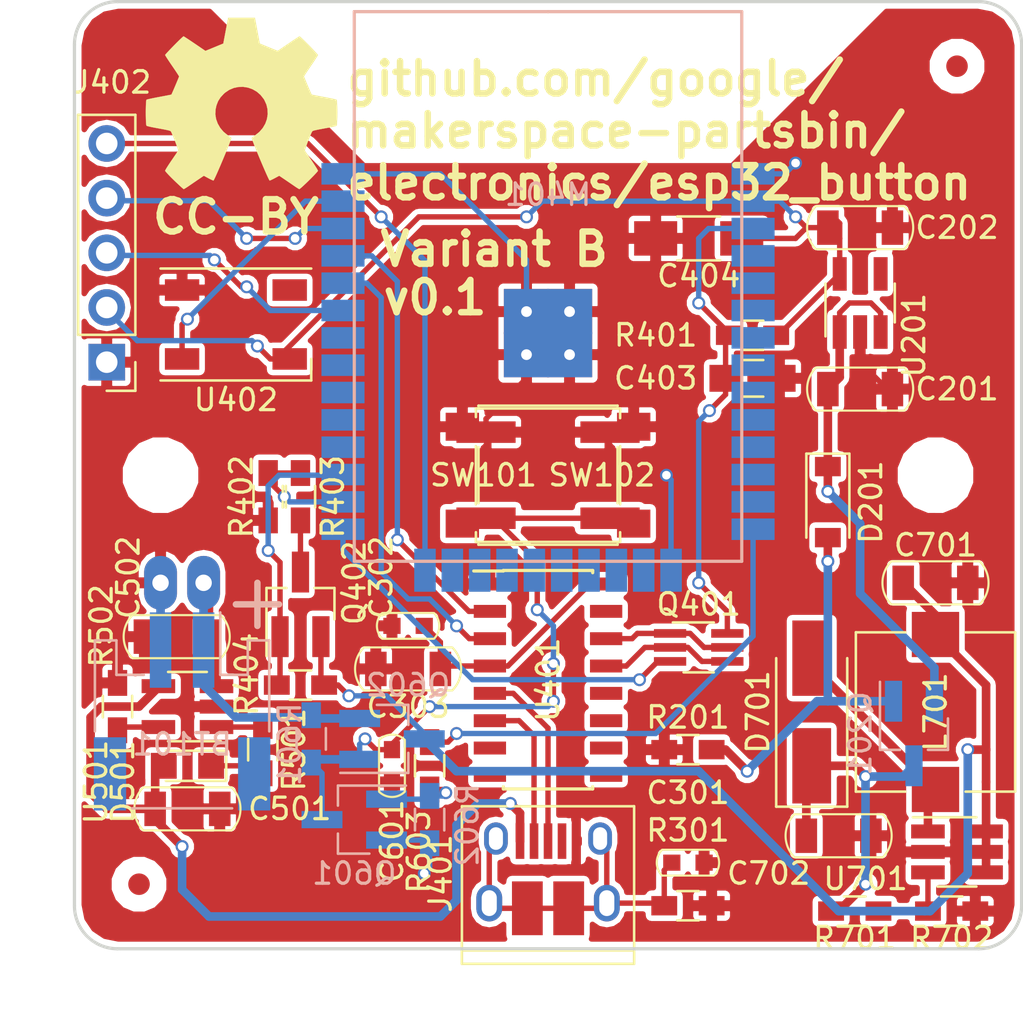
<source format=kicad_pcb>
(kicad_pcb (version 4) (host pcbnew 4.0.6)
  (layers (0 F.Cu signal) (31 B.Cu signal) (34 B.Paste user) (35 F.Paste user) (36 B.SilkS user) (37 F.SilkS user) (38 B.Mask user) (39 F.Mask user) (44 Edge.Cuts user))
  (net 0 "")
  (net 1 /power/5VIN)
  (net 2 GND)
  (net 3 /power/3V3OUT)
  (net 4 /esp_module/CHIP_PD)
  (net 5 "Net-(J401-Pad2)")
  (net 6 "Net-(J401-Pad3)")
  (net 7 /esp_module/IO0)
  (net 8 "Net-(M401-Pad26)")
  (net 9 "Net-(M401-Pad27)")
  (net 10 /esp_module/RXD)
  (net 11 /esp_module/TXD)
  (net 12 "Net-(M401-Pad37)")
  (net 13 /usb/~RTS)
  (net 14 /usb/~DTR)
  (net 15 "Net-(Q402-Pad3)")
  (net 16 /usb/REGULATED_3V3)
  (net 17 "Net-(C301-Pad1)")
  (net 18 /charger/BATT)
  (net 19 /charger/5V_IN)
  (net 20 /cut_power/~POWERON)
  (net 21 /booster/BATT)
  (net 22 "Net-(D501-Pad1)")
  (net 23 /booster/Vsw)
  (net 24 /cut_power/KEEPALIVE)
  (net 25 "Net-(Q601-Pad1)")
  (net 26 "Net-(R501-Pad1)")
  (net 27 "Net-(R502-Pad2)")
  (net 28 "Net-(R701-Pad2)")
  (net 29 "Net-(C201-Pad1)")
  (net 30 /power/USB_5V)
  (net 31 "Net-(J402-Pad3)")
  (net 32 "Net-(J402-Pad4)")
  (net 33 /esp_module/IO2)
  (module Capacitors_SMD:C_0805_HandSoldering (layer F.Cu) (at 127.5 69.5)
    (fp_text reference C403 (at -4.5 0) (layer F.SilkS))
    (fp_text value 1u)
    (pad 1 smd rect (at -1.25 0) (size 1.5 1.25) (layers F.Cu F.Paste F.Mask) (net 4 /esp_module/CHIP_PD))
    (pad 2 smd rect (at 1.25 0) (size 1.5 1.25) (layers F.Cu F.Paste F.Mask) (net 2 GND))
  )
  (module Capacitors_SMD:C_1206_HandSoldering (layer F.Cu) (at 125 63 180)
    (fp_text reference C404 (at 0 -1.75 180) (layer F.SilkS))
    (fp_text value 47u)
    (pad 1 smd rect (at -2 0 180) (size 2 1.6) (layers F.Cu F.Paste F.Mask) (net 3 /power/3V3OUT))
    (pad 2 smd rect (at 2 0 180) (size 2 1.6) (layers F.Cu F.Paste F.Mask) (net 2 GND))
  )
  (module ESP32:WROOM32 (layer B.Cu) (at 118 60 180)
    (fp_text reference M401 (at 0 -0.965 180) (layer B.SilkS) (effects (justify mirror)))
    (fp_text value WROOM32)
    (pad 1 smd rect (at -9.525 0 180) (size 2 1) (layers B.Cu B.Paste B.Mask) (net 2 GND))
    (pad 2 smd rect (at -9.525 -1.27 180) (size 2 1) (layers B.Cu B.Paste B.Mask) (net 3 /power/3V3OUT))
    (pad 3 smd rect (at -9.525 -2.54 180) (size 2 1) (layers B.Cu B.Paste B.Mask) (net 4 /esp_module/CHIP_PD))
    (pad 4 smd rect (at -9.525 -3.81 180) (size 2 1) (layers B.Cu B.Paste B.Mask))
    (pad 5 smd rect (at -9.525 -5.08 180) (size 2 1) (layers B.Cu B.Paste B.Mask))
    (pad 6 smd rect (at -9.525 -6.35 180) (size 2 1) (layers B.Cu B.Paste B.Mask))
    (pad 7 smd rect (at -9.525 -7.62 180) (size 2 1) (layers B.Cu B.Paste B.Mask))
    (pad 8 smd rect (at -9.525 -8.89 180) (size 2 1) (layers B.Cu B.Paste B.Mask))
    (pad 9 smd rect (at -9.525 -10.16 180) (size 2 1) (layers B.Cu B.Paste B.Mask))
    (pad 10 smd rect (at -9.525 -11.43 180) (size 2 1) (layers B.Cu B.Paste B.Mask))
    (pad 11 smd rect (at -9.525 -12.7 180) (size 2 1) (layers B.Cu B.Paste B.Mask))
    (pad 12 smd rect (at -9.525 -13.97 180) (size 2 1) (layers B.Cu B.Paste B.Mask))
    (pad 13 smd rect (at -9.525 -15.24 180) (size 2 1) (layers B.Cu B.Paste B.Mask))
    (pad 14 smd rect (at -9.525 -16.51 180) (size 2 1) (layers B.Cu B.Paste B.Mask) (net 24 /cut_power/KEEPALIVE))
    (pad 15 smd rect (at -5.715 -18.415 180) (size 1 2) (layers B.Cu B.Paste B.Mask) (net 2 GND))
    (pad 16 smd rect (at -4.445 -18.415 180) (size 1 2) (layers B.Cu B.Paste B.Mask))
    (pad 17 smd rect (at -3.175 -18.415 180) (size 1 2) (layers B.Cu B.Paste B.Mask))
    (pad 18 smd rect (at -1.905 -18.415 180) (size 1 2) (layers B.Cu B.Paste B.Mask))
    (pad 19 smd rect (at -0.635 -18.415 180) (size 1 2) (layers B.Cu B.Paste B.Mask))
    (pad 20 smd rect (at 0.635 -18.415 180) (size 1 2) (layers B.Cu B.Paste B.Mask))
    (pad 21 smd rect (at 1.905 -18.415 180) (size 1 2) (layers B.Cu B.Paste B.Mask))
    (pad 22 smd rect (at 3.175 -18.415 180) (size 1 2) (layers B.Cu B.Paste B.Mask))
    (pad 23 smd rect (at 4.445 -18.415 180) (size 1 2) (layers B.Cu B.Paste B.Mask))
    (pad 24 smd rect (at 5.715 -18.415 180) (size 1 2) (layers B.Cu B.Paste B.Mask) (net 33 /esp_module/IO2))
    (pad 25 smd rect (at 9.525 -16.51 180) (size 2 1) (layers B.Cu B.Paste B.Mask) (net 7 /esp_module/IO0))
    (pad 26 smd rect (at 9.525 -15.24 180) (size 2 1) (layers B.Cu B.Paste B.Mask) (net 8 "Net-(M401-Pad26)"))
    (pad 27 smd rect (at 9.525 -13.97 180) (size 2 1) (layers B.Cu B.Paste B.Mask) (net 9 "Net-(M401-Pad27)"))
    (pad 28 smd rect (at 9.525 -12.7 180) (size 2 1) (layers B.Cu B.Paste B.Mask))
    (pad 29 smd rect (at 9.525 -11.43 180) (size 2 1) (layers B.Cu B.Paste B.Mask))
    (pad 30 smd rect (at 9.525 -10.16 180) (size 2 1) (layers B.Cu B.Paste B.Mask))
    (pad 31 smd rect (at 9.525 -8.89 180) (size 2 1) (layers B.Cu B.Paste B.Mask))
    (pad 32 smd rect (at 9.525 -7.62 180) (size 2 1) (layers B.Cu B.Paste B.Mask))
    (pad 33 smd rect (at 9.525 -6.35 180) (size 2 1) (layers B.Cu B.Paste B.Mask) (net 31 "Net-(J402-Pad3)"))
    (pad 34 smd rect (at 9.525 -5.08 180) (size 2 1) (layers B.Cu B.Paste B.Mask) (net 10 /esp_module/RXD))
    (pad 35 smd rect (at 9.525 -3.81 180) (size 2 1) (layers B.Cu B.Paste B.Mask) (net 11 /esp_module/TXD))
    (pad 36 smd rect (at 9.525 -2.54 180) (size 2 1) (layers B.Cu B.Paste B.Mask) (net 32 "Net-(J402-Pad4)"))
    (pad 37 smd rect (at 9.525 -1.27 180) (size 2 1) (layers B.Cu B.Paste B.Mask) (net 12 "Net-(M401-Pad37)"))
    (pad 38 smd rect (at 9.525 0 180) (size 2 1) (layers B.Cu B.Paste B.Mask) (net 2 GND))
    (pad 39 thru_hole rect (at -1 -6.4 180) (size 2.1 2.1) (drill 0.5) (layers *.Cu *.Mask) (net 2 GND))
    (pad 39 thru_hole rect (at 1 -6.4 180) (size 2.1 2.1) (drill 0.5) (layers *.Cu *.Mask) (net 2 GND))
    (pad 39 thru_hole rect (at -1 -8.4 180) (size 2.1 2.1) (drill 0.5) (layers *.Cu *.Mask) (net 2 GND))
    (pad 39 thru_hole rect (at 1 -8.4 180) (size 2.1 2.1) (drill 0.5) (layers *.Cu *.Mask) (net 2 GND))
  )
  (module Symbols:OSHW-Symbol_8.9x8mm_SilkScreen (layer F.Cu) (at 103.75 56.75)
    (fp_text reference P103 hide)
    (fp_text value OSHW hide)
  )
  (module Mounting_Holes:MountingHole_3mm (layer F.Cu) (at 136 74)
    (fp_text reference P104 hide)
    (fp_text value HOLE)
    (pad 1 np_thru_hole circle (at 0 0) (size 3 3) (drill 3) (layers *.Cu *.Mask))
  )
  (module Mounting_Holes:MountingHole_3mm (layer F.Cu) (at 100 74)
    (fp_text reference P105 hide)
    (fp_text value HOLE)
    (pad 1 np_thru_hole circle (at 0 0) (size 3 3) (drill 3) (layers *.Cu *.Mask))
  )
  (module TO_SOT_Packages_SMD:SOT-363_SC-70-6_Handsoldering (layer F.Cu) (at 125 82)
    (fp_text reference Q401 (at 0 -2) (layer F.SilkS))
    (fp_text value UMH3N)
    (pad 1 smd rect (at -1.33 -0.65) (size 1.5 0.4) (layers F.Cu F.Paste F.Mask) (net 13 /usb/~RTS))
    (pad 2 smd rect (at -1.33 0) (size 1.5 0.4) (layers F.Cu F.Paste F.Mask) (net 14 /usb/~DTR))
    (pad 3 smd rect (at -1.33 0.65) (size 1.5 0.4) (layers F.Cu F.Paste F.Mask) (net 7 /esp_module/IO0))
    (pad 4 smd rect (at 1.33 0.65) (size 1.5 0.4) (layers F.Cu F.Paste F.Mask) (net 14 /usb/~DTR))
    (pad 5 smd rect (at 1.33 0) (size 1.5 0.4) (layers F.Cu F.Paste F.Mask) (net 13 /usb/~RTS))
    (pad 6 smd rect (at 1.33 -0.65) (size 1.5 0.4) (layers F.Cu F.Paste F.Mask) (net 4 /esp_module/CHIP_PD))
  )
  (module TO_SOT_Packages_SMD:SOT-23_Handsoldering (layer F.Cu) (at 106.5 80 90)
    (fp_text reference Q402 (at 1 2.5 90) (layer F.SilkS))
    (fp_text value AO3401)
    (pad 1 smd rect (at -1.5 -0.95 90) (size 1.9 0.8) (layers F.Cu F.Paste F.Mask) (net 9 "Net-(M401-Pad27)"))
    (pad 2 smd rect (at -1.5 0.95 90) (size 1.9 0.8) (layers F.Cu F.Paste F.Mask) (net 21 /booster/BATT))
    (pad 3 smd rect (at 1.5 0 90) (size 1.9 0.8) (layers F.Cu F.Paste F.Mask) (net 15 "Net-(Q402-Pad3)"))
  )
  (module Resistors_SMD:R_0603_HandSoldering (layer F.Cu) (at 127.5 67.5 180)
    (fp_text reference R401 (at 4.5 0 180) (layer F.SilkS))
    (fp_text value 10k)
    (pad 1 smd rect (at -1.1 0 180) (size 1.2 0.9) (layers F.Cu F.Paste F.Mask) (net 3 /power/3V3OUT))
    (pad 2 smd rect (at 1.1 0 180) (size 1.2 0.9) (layers F.Cu F.Paste F.Mask) (net 4 /esp_module/CHIP_PD))
  )
  (module Resistors_SMD:R_0603_HandSoldering (layer F.Cu) (at 106.5 75 90)
    (fp_text reference R402 (at 0 -2.75 90) (layer F.SilkS))
    (fp_text value 10k)
    (pad 1 smd rect (at -1.1 0 90) (size 1.2 0.9) (layers F.Cu F.Paste F.Mask) (net 15 "Net-(Q402-Pad3)"))
    (pad 2 smd rect (at 1.1 0 90) (size 1.2 0.9) (layers F.Cu F.Paste F.Mask) (net 8 "Net-(M401-Pad26)"))
  )
  (module Resistors_SMD:R_0603_HandSoldering (layer F.Cu) (at 105 75 270)
    (fp_text reference R403 (at 0 -3 270) (layer F.SilkS))
    (fp_text value 10k)
    (pad 1 smd rect (at -1.1 0 270) (size 1.2 0.9) (layers F.Cu F.Paste F.Mask) (net 8 "Net-(M401-Pad26)"))
    (pad 2 smd rect (at 1.1 0 270) (size 1.2 0.9) (layers F.Cu F.Paste F.Mask) (net 2 GND))
  )
  (module Resistors_SMD:R_0603_HandSoldering (layer F.Cu) (at 106.5 83.75 180)
    (fp_text reference R404 (at 2.5 0.5 270) (layer F.SilkS))
    (fp_text value 10k)
    (pad 1 smd rect (at -1.1 0 180) (size 1.2 0.9) (layers F.Cu F.Paste F.Mask) (net 21 /booster/BATT))
    (pad 2 smd rect (at 1.1 0 180) (size 1.2 0.9) (layers F.Cu F.Paste F.Mask) (net 9 "Net-(M401-Pad27)"))
  )
  (module TO_SOT_Packages_SMD:SOT-23-5_HandSoldering (layer F.Cu) (at 132.5 66 90)
    (fp_text reference U201 (at -1.5 2.5 90) (layer F.SilkS))
    (fp_text value ME6211)
    (pad 1 smd rect (at -1.35 -0.95 90) (size 1.56 0.65) (layers F.Cu F.Paste F.Mask) (net 29 "Net-(C201-Pad1)"))
    (pad 2 smd rect (at -1.35 0 90) (size 1.56 0.65) (layers F.Cu F.Paste F.Mask) (net 2 GND))
    (pad 3 smd rect (at -1.35 0.95 90) (size 1.56 0.65) (layers F.Cu F.Paste F.Mask) (net 29 "Net-(C201-Pad1)"))
    (pad 4 smd rect (at 1.35 0.95 90) (size 1.56 0.65) (layers F.Cu F.Paste F.Mask))
    (pad 5 smd rect (at 1.35 -0.95 90) (size 1.56 0.65) (layers F.Cu F.Paste F.Mask) (net 3 /power/3V3OUT))
  )
  (module Housings_SOIC:SOIC-16_3.9x9.9mm_Pitch1.27mm (layer F.Cu) (at 118 83.5)
    (fp_text reference U401 (at 0 0 90) (layer F.SilkS))
    (fp_text value CH340C)
    (pad 1 smd rect (at -2.7 -4.445) (size 1.5 0.6) (layers F.Cu F.Paste F.Mask) (net 2 GND))
    (pad 2 smd rect (at -2.7 -3.175) (size 1.5 0.6) (layers F.Cu F.Paste F.Mask) (net 11 /esp_module/TXD))
    (pad 3 smd rect (at -2.7 -1.905) (size 1.5 0.6) (layers F.Cu F.Paste F.Mask) (net 10 /esp_module/RXD))
    (pad 4 smd rect (at -2.7 -0.635) (size 1.5 0.6) (layers F.Cu F.Paste F.Mask) (net 16 /usb/REGULATED_3V3))
    (pad 5 smd rect (at -2.7 0.635) (size 1.5 0.6) (layers F.Cu F.Paste F.Mask) (net 6 "Net-(J401-Pad3)"))
    (pad 6 smd rect (at -2.7 1.905) (size 1.5 0.6) (layers F.Cu F.Paste F.Mask) (net 5 "Net-(J401-Pad2)"))
    (pad 7 smd rect (at -2.7 3.175) (size 1.5 0.6) (layers F.Cu F.Paste F.Mask))
    (pad 8 smd rect (at -2.7 4.445) (size 1.5 0.6) (layers F.Cu F.Paste F.Mask))
    (pad 9 smd rect (at 2.7 4.445) (size 1.5 0.6) (layers F.Cu F.Paste F.Mask))
    (pad 10 smd rect (at 2.7 3.175) (size 1.5 0.6) (layers F.Cu F.Paste F.Mask))
    (pad 11 smd rect (at 2.7 1.905) (size 1.5 0.6) (layers F.Cu F.Paste F.Mask))
    (pad 12 smd rect (at 2.7 0.635) (size 1.5 0.6) (layers F.Cu F.Paste F.Mask))
    (pad 13 smd rect (at 2.7 -0.635) (size 1.5 0.6) (layers F.Cu F.Paste F.Mask) (net 14 /usb/~DTR))
    (pad 14 smd rect (at 2.7 -1.905) (size 1.5 0.6) (layers F.Cu F.Paste F.Mask) (net 13 /usb/~RTS))
    (pad 15 smd rect (at 2.7 -3.175) (size 1.5 0.6) (layers F.Cu F.Paste F.Mask))
    (pad 16 smd rect (at 2.7 -4.445) (size 1.5 0.6) (layers F.Cu F.Paste F.Mask) (net 16 /usb/REGULATED_3V3))
  )
  (module Buttons_Switches_SMD:SW_SPST_EVQP0 (layer F.Cu) (at 118 74 180)
    (fp_text reference SW101 (at 3 0 180) (layer F.SilkS))
    (fp_text value SW_Push)
    (pad 1 smd rect (at 2.88 -2 180) (size 2.75 1) (layers F.Cu F.Paste F.Mask) (net 20 /cut_power/~POWERON))
    (pad 1 smd rect (at -2.88 -2 180) (size 2.75 1) (layers F.Cu F.Paste F.Mask) (net 20 /cut_power/~POWERON))
    (pad 2 smd rect (at -2.88 2 180) (size 2.75 1) (layers F.Cu F.Paste F.Mask) (net 2 GND))
    (pad 2 smd rect (at 2.88 2 180) (size 2.75 1) (layers F.Cu F.Paste F.Mask) (net 2 GND))
  )
  (module LEDs:LED_WS2812B-PLCC4 (layer F.Cu) (at 103.5 67)
    (fp_text reference U402 (at 0 3.5) (layer F.SilkS))
    (fp_text value 5050_Serial_RGB)
    (pad 3 smd rect (at 2.5 1.6) (size 1.6 1) (layers F.Cu F.Paste F.Mask) (net 3 /power/3V3OUT))
    (pad 4 smd rect (at 2.5 -1.6) (size 1.6 1) (layers F.Cu F.Paste F.Mask))
    (pad 2 smd rect (at -2.5 1.6) (size 1.6 1) (layers F.Cu F.Paste F.Mask) (net 12 "Net-(M401-Pad37)"))
    (pad 1 smd rect (at -2.5 -1.6) (size 1.6 1) (layers F.Cu F.Paste F.Mask) (net 2 GND))
  )
  (module Buttons_Switches_SMD:SW_SPST_PTS645 (layer F.Cu) (at 118 74 180)
    (fp_text reference SW102 (at -2.5 0 180) (layer F.SilkS))
    (fp_text value SW_Push)
    (pad 2 smd rect (at -3.98 2.25 180) (size 1.55 1.3) (layers F.Cu F.Paste F.Mask) (net 2 GND))
    (pad 1 smd rect (at -3.98 -2.25 180) (size 1.55 1.3) (layers F.Cu F.Paste F.Mask) (net 20 /cut_power/~POWERON))
    (pad 1 smd rect (at 3.98 -2.25 180) (size 1.55 1.3) (layers F.Cu F.Paste F.Mask) (net 20 /cut_power/~POWERON))
    (pad 2 smd rect (at 3.98 2.25 180) (size 1.55 1.3) (layers F.Cu F.Paste F.Mask) (net 2 GND))
  )
  (module Connectors:USB_Micro-B_10103594-0001LF (layer F.Cu) (at 118 92.5)
    (fp_text reference J401 (at -5 0 90) (layer F.SilkS))
    (fp_text value USB_OTG)
    (pad 1 smd rect (at -1.3 -1.5 90) (size 1.65 0.4) (layers F.Cu F.Paste F.Mask) (net 19 /charger/5V_IN))
    (pad 2 smd rect (at -0.65 -1.5 90) (size 1.65 0.4) (layers F.Cu F.Paste F.Mask) (net 5 "Net-(J401-Pad2)"))
    (pad 3 smd rect (at 0 -1.5 90) (size 1.65 0.4) (layers F.Cu F.Paste F.Mask) (net 6 "Net-(J401-Pad3)"))
    (pad 4 smd rect (at 0.65 -1.5 90) (size 1.65 0.4) (layers F.Cu F.Paste F.Mask))
    (pad 5 smd rect (at 1.3 -1.5 90) (size 1.65 0.4) (layers F.Cu F.Paste F.Mask) (net 2 GND))
    (pad 6 thru_hole oval (at -2.42 -1.62 90) (size 1.5 1.1) (drill oval 1.05 0.65) (layers *.Cu *.Mask) (net 17 "Net-(C301-Pad1)"))
    (pad 6 thru_hole oval (at 2.42 -1.62 90) (size 1.5 1.1) (drill oval 1.05 0.65) (layers *.Cu *.Mask) (net 17 "Net-(C301-Pad1)"))
    (pad 6 thru_hole oval (at -2.73 1.38 90) (size 1.7 1.2) (drill oval 1.2 0.7) (layers *.Cu *.Mask) (net 17 "Net-(C301-Pad1)"))
    (pad 6 thru_hole oval (at 2.73 1.38 90) (size 1.7 1.2) (drill oval 1.2 0.7) (layers *.Cu *.Mask) (net 17 "Net-(C301-Pad1)"))
    (pad 6 smd rect (at -0.96 1.62 90) (size 2.5 1.43) (layers F.Cu F.Paste F.Mask) (net 17 "Net-(C301-Pad1)"))
    (pad 6 smd rect (at 0.96 1.62 90) (size 2.5 1.43) (layers F.Cu F.Paste F.Mask) (net 17 "Net-(C301-Pad1)"))
  )
  (module Capacitors_SMD_Round:C_0603 (layer F.Cu) (at 124.5 92)
    (fp_text reference C301 (at 0 -3.25) (layer F.SilkS))
    (fp_text value 4.7n hide)
    (pad 1 smd rect (at -0.75 0) (size 0.8 0.75) (layers F.Cu F.Paste F.Mask) (net 17 "Net-(C301-Pad1)"))
    (pad 2 smd rect (at 0.75 0) (size 0.8 0.75) (layers F.Cu F.Paste F.Mask) (net 2 GND))
  )
  (module Capacitors_SMD_Round:C_0603 (layer F.Cu) (at 111.5 81 180)
    (fp_text reference C302 (at 1.25 2.25 270) (layer F.SilkS))
    (fp_text value 0.1u hide)
    (pad 1 smd rect (at -0.75 0 180) (size 0.8 0.75) (layers F.Cu F.Paste F.Mask) (net 16 /usb/REGULATED_3V3))
    (pad 2 smd rect (at 0.75 0 180) (size 0.8 0.75) (layers F.Cu F.Paste F.Mask) (net 2 GND))
  )
  (module Capacitors_SMD_Round:C_1206 (layer F.Cu) (at 111.5 83 180)
    (fp_text reference C303 (at 0 -1.75 180) (layer F.SilkS))
    (fp_text value 10u)
    (pad 1 smd rect (at -1.5 0 180) (size 1 1.6) (layers F.Cu F.Paste F.Mask) (net 16 /usb/REGULATED_3V3))
    (pad 2 smd rect (at 1.5 0 180) (size 1 1.6) (layers F.Cu F.Paste F.Mask) (net 2 GND))
  )
  (module Resistors_SMD:R_0603_HandSoldering (layer F.Cu) (at 124.5 94)
    (fp_text reference R301 (at 0 -3.5) (layer F.SilkS))
    (fp_text value 1M)
    (pad 1 smd rect (at -1.1 0) (size 1.2 0.9) (layers F.Cu F.Paste F.Mask) (net 17 "Net-(C301-Pad1)"))
    (pad 2 smd rect (at 1.1 0) (size 1.2 0.9) (layers F.Cu F.Paste F.Mask) (net 2 GND))
  )
  (module Capacitors_SMD_Round:C_1206 (layer F.Cu) (at 132.5 70)
    (fp_text reference C201 (at 4.5 0) (layer F.SilkS))
    (fp_text value 10u)
    (pad 1 smd rect (at -1.5 0) (size 1 1.6) (layers F.Cu F.Paste F.Mask) (net 29 "Net-(C201-Pad1)"))
    (pad 2 smd rect (at 1.5 0) (size 1 1.6) (layers F.Cu F.Paste F.Mask) (net 2 GND))
  )
  (module Capacitors_SMD_Round:C_1206 (layer F.Cu) (at 132.5 62.5)
    (fp_text reference C202 (at 4.5 0) (layer F.SilkS))
    (fp_text value 10u)
    (pad 1 smd rect (at -1.5 0) (size 1 1.6) (layers F.Cu F.Paste F.Mask) (net 3 /power/3V3OUT))
    (pad 2 smd rect (at 1.5 0) (size 1 1.6) (layers F.Cu F.Paste F.Mask) (net 2 GND))
  )
  (module Fiducials:Fiducial_1mm_Dia_2.54mm_Outer_CopperTop (layer F.Cu) (at 99 93)
    (fp_text reference P101 hide)
    (fp_text value FID)
    (pad ~ smd circle (at 0 0) (size 1 1) (layers F.Cu F.Mask) (clearance 0.77))
  )
  (module Fiducials:Fiducial_1mm_Dia_2.54mm_Outer_CopperTop (layer F.Cu) (at 137 55)
    (fp_text reference P102 hide)
    (fp_text value FID)
    (pad ~ smd circle (at 0 0) (size 1 1) (layers F.Cu F.Mask) (clearance 0.77))
  )
  (module JST_Combo:JST_PH_2_Combo (layer B.Cu) (at 101 85 180)
    (fp_text reference BT101 (at 0 -1.5 180) (layer B.SilkS) (effects (justify mirror)))
    (fp_text value Battery_Cell)
    (pad 1 smd rect (at -1 2.875 180) (size 1 3.5) (layers B.Cu B.Paste B.Mask) (net 18 /charger/BATT))
    (pad 2 smd rect (at 1 2.875 180) (size 1 3.5) (layers B.Cu B.Paste B.Mask) (net 2 GND))
    (pad "" smd rect (at -3.35 -2.875 180) (size 1.5 3.4) (layers B.Cu B.Paste B.Mask))
    (pad "" smd rect (at 3.35 -2.875 180) (size 1.5 3.4) (layers B.Cu B.Paste B.Mask))
    (pad 1 thru_hole oval (at -1 6 180) (size 1.524 2.5) (drill 0.762) (layers *.Cu *.Mask) (net 18 /charger/BATT))
    (pad 2 thru_hole oval (at 1 6 180) (size 1.524 2.5) (drill 0.762) (layers *.Cu *.Mask) (net 2 GND))
  )
  (module Capacitors_SMD_Round:C_1206 (layer F.Cu) (at 101.25 89.5)
    (fp_text reference C501 (at 4.75 0) (layer F.SilkS))
    (fp_text value 4.7u)
    (pad 1 smd rect (at -1.5 0) (size 1 1.6) (layers F.Cu F.Paste F.Mask) (net 19 /charger/5V_IN))
    (pad 2 smd rect (at 1.5 0) (size 1 1.6) (layers F.Cu F.Paste F.Mask) (net 2 GND))
  )
  (module Capacitors_SMD_Round:C_1206 (layer F.Cu) (at 100.75 81.5 180)
    (fp_text reference C502 (at 2.25 2.75 270) (layer F.SilkS))
    (fp_text value 4.7u)
    (pad 1 smd rect (at -1.5 0 180) (size 1 1.6) (layers F.Cu F.Paste F.Mask) (net 18 /charger/BATT))
    (pad 2 smd rect (at 1.5 0 180) (size 1 1.6) (layers F.Cu F.Paste F.Mask) (net 2 GND))
  )
  (module Capacitors_SMD_Round:C_0603 (layer F.Cu) (at 110.75 87.5 270)
    (fp_text reference C601 (at 3.5 0 270) (layer F.SilkS))
    (fp_text value 220p hide)
    (pad 1 smd rect (at -0.75 0 270) (size 0.8 0.75) (layers F.Cu F.Paste F.Mask) (net 20 /cut_power/~POWERON))
    (pad 2 smd rect (at 0.75 0 270) (size 0.8 0.75) (layers F.Cu F.Paste F.Mask) (net 2 GND))
  )
  (module Capacitors_SMD_Round:C_1206 (layer F.Cu) (at 136 79)
    (fp_text reference C701 (at 0 -1.75) (layer F.SilkS))
    (fp_text value 22u)
    (pad 1 smd rect (at -1.5 0) (size 1 1.6) (layers F.Cu F.Paste F.Mask) (net 21 /booster/BATT))
    (pad 2 smd rect (at 1.5 0) (size 1 1.6) (layers F.Cu F.Paste F.Mask) (net 2 GND))
  )
  (module Capacitors_SMD_Round:C_1206 (layer F.Cu) (at 131.5 90.75)
    (fp_text reference C702 (at -3.25 1.75) (layer F.SilkS))
    (fp_text value 22u)
    (pad 1 smd rect (at -1.5 0) (size 1 1.6) (layers F.Cu F.Paste F.Mask) (net 1 /power/5VIN))
    (pad 2 smd rect (at 1.5 0) (size 1 1.6) (layers F.Cu F.Paste F.Mask) (net 2 GND))
  )
  (module LEDs:LED_0805 (layer F.Cu) (at 101.25 87.5 180)
    (fp_text reference D501 (at 3 -0.75 270) (layer F.SilkS))
    (fp_text value CHARGE)
    (pad 2 smd rect (at 1.1 0) (size 1.2 1.2) (layers F.Cu F.Paste F.Mask) (net 19 /charger/5V_IN))
    (pad 1 smd rect (at -1.1 0) (size 1.2 1.2) (layers F.Cu F.Paste F.Mask) (net 22 "Net-(D501-Pad1)"))
  )
  (module Diodes_SMD:D_SMA_Handsoldering (layer F.Cu) (at 130.25 85 90)
    (fp_text reference D701 (at 0 -2.5 90) (layer F.SilkS))
    (fp_text value D_Schottky)
    (pad 1 smd rect (at -2.5 0 90) (size 3.5 1.8) (layers F.Cu F.Paste F.Mask) (net 1 /power/5VIN))
    (pad 2 smd rect (at 2.5 0 90) (size 3.5 1.8) (layers F.Cu F.Paste F.Mask) (net 23 /booster/Vsw))
  )
  (module Inductors2:L_7.3x7.3_Handsoldering (layer F.Cu) (at 136 85 270)
    (fp_text reference L701 (at 0 0 270) (layer F.SilkS))
    (fp_text value L)
    (pad 1 smd rect (at -3.6 0 270) (size 2.1 2.2) (layers F.Cu F.Paste F.Mask) (net 21 /booster/BATT))
    (pad 2 smd rect (at 3.6 0 270) (size 2.1 2.2) (layers F.Cu F.Paste F.Mask) (net 23 /booster/Vsw))
  )
  (module TO_SOT_Packages_SMD:SOT-23_Handsoldering (layer B.Cu) (at 109 90 180)
    (fp_text reference Q601 (at 0 -2.5 180) (layer B.SilkS) (effects (justify mirror)))
    (fp_text value AO3400)
    (pad 1 smd rect (at -1.5 0.95 180) (size 1.9 0.8) (layers B.Cu B.Paste B.Mask) (net 25 "Net-(Q601-Pad1)"))
    (pad 2 smd rect (at -1.5 -0.95 180) (size 1.9 0.8) (layers B.Cu B.Paste B.Mask) (net 2 GND))
    (pad 3 smd rect (at 1.5 0 180) (size 1.9 0.8) (layers B.Cu B.Paste B.Mask) (net 20 /cut_power/~POWERON))
  )
  (module TO_SOT_Packages_SMD:SOT-23_Handsoldering (layer B.Cu) (at 110.75 86.25)
    (fp_text reference Q602 (at 0.75 -2.5) (layer B.SilkS) (effects (justify mirror)))
    (fp_text value AO3401)
    (pad 1 smd rect (at -1.5 0.95) (size 1.9 0.8) (layers B.Cu B.Paste B.Mask) (net 20 /cut_power/~POWERON))
    (pad 2 smd rect (at -1.5 -0.95) (size 1.9 0.8) (layers B.Cu B.Paste B.Mask) (net 18 /charger/BATT))
    (pad 3 smd rect (at 1.5 0) (size 1.9 0.8) (layers B.Cu B.Paste B.Mask) (net 21 /booster/BATT))
  )
  (module Resistors_SMD:R_0603_HandSoldering (layer F.Cu) (at 104.75 86.75 270)
    (fp_text reference R501 (at 0 -1.45 270) (layer F.SilkS))
    (fp_text value 1k)
    (pad 1 smd rect (at -1.1 0 270) (size 1.2 0.9) (layers F.Cu F.Paste F.Mask) (net 26 "Net-(R501-Pad1)"))
    (pad 2 smd rect (at 1.1 0 270) (size 1.2 0.9) (layers F.Cu F.Paste F.Mask) (net 22 "Net-(D501-Pad1)"))
  )
  (module Resistors_SMD:R_0603_HandSoldering (layer F.Cu) (at 98 84.75 270)
    (fp_text reference R502 (at -3.75 0.75 270) (layer F.SilkS))
    (fp_text value R)
    (pad 1 smd rect (at -1.1 0 270) (size 1.2 0.9) (layers F.Cu F.Paste F.Mask) (net 2 GND))
    (pad 2 smd rect (at 1.1 0 270) (size 1.2 0.9) (layers F.Cu F.Paste F.Mask) (net 27 "Net-(R502-Pad2)"))
  )
  (module Resistors_SMD:R_0603_HandSoldering (layer B.Cu) (at 107 86.25 270)
    (fp_text reference R601 (at 0.25 1 270) (layer B.SilkS) (effects (justify mirror)))
    (fp_text value 100k)
    (pad 1 smd rect (at -1.1 0 270) (size 1.2 0.9) (layers B.Cu B.Paste B.Mask) (net 18 /charger/BATT))
    (pad 2 smd rect (at 1.1 0 270) (size 1.2 0.9) (layers B.Cu B.Paste B.Mask) (net 20 /cut_power/~POWERON))
  )
  (module Resistors_SMD:R_0603_HandSoldering (layer B.Cu) (at 112.5 90 270)
    (fp_text reference R602 (at 0.25 -1.75 270) (layer B.SilkS) (effects (justify mirror)))
    (fp_text value 100k)
    (pad 1 smd rect (at -1.1 0 270) (size 1.2 0.9) (layers B.Cu B.Paste B.Mask) (net 25 "Net-(Q601-Pad1)"))
    (pad 2 smd rect (at 1.1 0 270) (size 1.2 0.9) (layers B.Cu B.Paste B.Mask) (net 2 GND))
  )
  (module Resistors_SMD:R_0603_HandSoldering (layer F.Cu) (at 112.5 87.5 90)
    (fp_text reference R603 (at -4 -0.5 90) (layer F.SilkS))
    (fp_text value 10k)
    (pad 1 smd rect (at -1.1 0 90) (size 1.2 0.9) (layers F.Cu F.Paste F.Mask) (net 25 "Net-(Q601-Pad1)"))
    (pad 2 smd rect (at 1.1 0 90) (size 1.2 0.9) (layers F.Cu F.Paste F.Mask) (net 24 /cut_power/KEEPALIVE))
  )
  (module Resistors_SMD:R_0603_HandSoldering (layer F.Cu) (at 132.25 94.25)
    (fp_text reference R701 (at 0 1.25) (layer F.SilkS))
    (fp_text value R)
    (pad 1 smd rect (at -1.1 0) (size 1.2 0.9) (layers F.Cu F.Paste F.Mask) (net 1 /power/5VIN))
    (pad 2 smd rect (at 1.1 0) (size 1.2 0.9) (layers F.Cu F.Paste F.Mask) (net 28 "Net-(R701-Pad2)"))
  )
  (module Resistors_SMD:R_0603_HandSoldering (layer F.Cu) (at 136.75 94.25)
    (fp_text reference R702 (at 0 1.25) (layer F.SilkS))
    (fp_text value R)
    (pad 1 smd rect (at -1.1 0) (size 1.2 0.9) (layers F.Cu F.Paste F.Mask) (net 28 "Net-(R701-Pad2)"))
    (pad 2 smd rect (at 1.1 0) (size 1.2 0.9) (layers F.Cu F.Paste F.Mask) (net 2 GND))
  )
  (module TO_SOT_Packages_SMD:SOT-23-5_HandSoldering (layer F.Cu) (at 101.25 84.75 180)
    (fp_text reference U501 (at 4.25 -3.5 270) (layer F.SilkS))
    (fp_text value MCP73831)
    (pad 1 smd rect (at -1.35 -0.95 180) (size 1.56 0.65) (layers F.Cu F.Paste F.Mask) (net 26 "Net-(R501-Pad1)"))
    (pad 2 smd rect (at -1.35 0 180) (size 1.56 0.65) (layers F.Cu F.Paste F.Mask) (net 2 GND))
    (pad 3 smd rect (at -1.35 0.95 180) (size 1.56 0.65) (layers F.Cu F.Paste F.Mask) (net 18 /charger/BATT))
    (pad 4 smd rect (at 1.35 0.95 180) (size 1.56 0.65) (layers F.Cu F.Paste F.Mask) (net 19 /charger/5V_IN))
    (pad 5 smd rect (at 1.35 -0.95 180) (size 1.56 0.65) (layers F.Cu F.Paste F.Mask) (net 27 "Net-(R502-Pad2)"))
  )
  (module TO_SOT_Packages_SMD:SOT-23-6_Handsoldering (layer F.Cu) (at 137 91.5)
    (fp_text reference U701 (at -4.25 1.25) (layer F.SilkS))
    (fp_text value SX1308)
    (pad 1 smd rect (at -1.35 -0.95) (size 1.56 0.65) (layers F.Cu F.Paste F.Mask) (net 23 /booster/Vsw))
    (pad 2 smd rect (at -1.35 0) (size 1.56 0.65) (layers F.Cu F.Paste F.Mask) (net 2 GND))
    (pad 3 smd rect (at -1.35 0.95) (size 1.56 0.65) (layers F.Cu F.Paste F.Mask) (net 28 "Net-(R701-Pad2)"))
    (pad 4 smd rect (at 1.35 0.95) (size 1.56 0.65) (layers F.Cu F.Paste F.Mask) (net 21 /booster/BATT))
    (pad 6 smd rect (at 1.35 -0.95) (size 1.56 0.65) (layers F.Cu F.Paste F.Mask) (net 21 /booster/BATT))
    (pad 5 smd rect (at 1.35 0) (size 1.56 0.65) (layers F.Cu F.Paste F.Mask) (net 21 /booster/BATT))
  )
  (module Diodes_SMD:D_SOD-123 (layer F.Cu) (at 131 75.25 270)
    (fp_text reference D201 (at 0 -2 270) (layer F.SilkS))
    (fp_text value D_Schottky)
    (pad 1 smd rect (at -1.65 0 270) (size 0.9 1.2) (layers F.Cu F.Paste F.Mask) (net 29 "Net-(C201-Pad1)"))
    (pad 2 smd rect (at 1.65 0 270) (size 0.9 1.2) (layers F.Cu F.Paste F.Mask) (net 30 /power/USB_5V))
  )
  (module TO_SOT_Packages_SMD:SOT-23_Handsoldering (layer B.Cu) (at 135 86 270)
    (fp_text reference Q201 (at 0 2.5 270) (layer B.SilkS) (effects (justify mirror)))
    (fp_text value Q_PMOS_GSD)
    (pad 1 smd rect (at -1.5 0.95 270) (size 1.9 0.8) (layers B.Cu B.Paste B.Mask) (net 30 /power/USB_5V))
    (pad 2 smd rect (at -1.5 -0.95 270) (size 1.9 0.8) (layers B.Cu B.Paste B.Mask) (net 29 "Net-(C201-Pad1)"))
    (pad 3 smd rect (at 1.5 0 270) (size 1.9 0.8) (layers B.Cu B.Paste B.Mask) (net 1 /power/5VIN))
  )
  (module Resistors_SMD:R_0603_HandSoldering (layer F.Cu) (at 124.5 86.75 180)
    (fp_text reference R201 (at 0 1.5 180) (layer F.SilkS))
    (fp_text value 10k)
    (pad 1 smd rect (at -1.1 0 180) (size 1.2 0.9) (layers F.Cu F.Paste F.Mask) (net 30 /power/USB_5V))
    (pad 2 smd rect (at 1.1 0 180) (size 1.2 0.9) (layers F.Cu F.Paste F.Mask) (net 2 GND))
  )
  (module Pin_Headers:Pin_Header_Straight_1x05_Pitch2.54mm (layer F.Cu) (at 97.5 68.75 180)
    (fp_text reference J402 (at -0.25 13 180) (layer F.SilkS))
    (fp_text value CONN_01X05)
    (pad 1 thru_hole rect (at 0 0 180) (size 1.7 1.7) (drill 1) (layers *.Cu *.Mask) (net 2 GND))
    (pad 2 thru_hole oval (at 0 2.54 180) (size 1.7 1.7) (drill 1) (layers *.Cu *.Mask) (net 3 /power/3V3OUT))
    (pad 3 thru_hole oval (at 0 5.08 180) (size 1.7 1.7) (drill 1) (layers *.Cu *.Mask) (net 31 "Net-(J402-Pad3)"))
    (pad 4 thru_hole oval (at 0 7.62 180) (size 1.7 1.7) (drill 1) (layers *.Cu *.Mask) (net 32 "Net-(J402-Pad4)"))
    (pad 5 thru_hole oval (at 0 10.16 180) (size 1.7 1.7) (drill 1) (layers *.Cu *.Mask) (net 33 /esp_module/IO2))
  )
  (gr_text v0.1 (at 112.75 65.75) (layer F.SilkS) (effects (font (size 1.5 1.5) (thickness 0.3))))
  (gr_text "Variant B" (at 115.5 63.5) (layer F.SilkS) (effects (font (size 1.5 1.5) (thickness 0.3))))
  (gr_line (start 96 94) (end 96 54) (angle 90) (layer Edge.Cuts) (width 0.15))
  (gr_text "github.com/google/\nmakerspace-partsbin/\nelectronics/esp32_button" (at 108.5 58) (layer F.SilkS) (effects (font (size 1.5 1.5) (thickness 0.3)) (justify left)))
  (gr_text CC-BY (at 103.5 62) (layer F.SilkS) (effects (font (size 1.5 1.5) (thickness 0.3))))
  (gr_line (start 98 52) (end 138 52) (angle 90) (layer Edge.Cuts) (width 0.15))
  (gr_line (start 138 96) (end 98 96) (angle 90) (layer Edge.Cuts) (width 0.15))
  (gr_line (start 140 54) (end 140 94) (angle 90) (layer Edge.Cuts) (width 0.15))
  (gr_arc (start 138 94) (end 140 94) (angle 90) (layer Edge.Cuts) (width 0.15))
  (gr_arc (start 98 94) (end 98 96) (angle 90) (layer Edge.Cuts) (width 0.15))
  (gr_arc (start 98 54) (end 96 54) (angle 90) (layer Edge.Cuts) (width 0.15))
  (gr_arc (start 138 54) (end 138 52) (angle 90) (layer Edge.Cuts) (width 0.15))
  (segment (start 132.75 88) (end 134.5 88) (width 0.4) (layer B.Cu) (net 1))
  (segment (start 134.5 88) (end 135 87.5) (width 0.4) (layer B.Cu) (net 1))
  (segment (start 130 90.75) (end 130 87.75) (width 0.4) (layer F.Cu) (net 1))
  (segment (start 130 87.75) (end 130.25 87.5) (width 0.4) (layer F.Cu) (net 1))
  (segment (start 130.25 87.5) (end 132.25 87.5) (width 0.4) (layer F.Cu) (net 1))
  (segment (start 132.75 93) (end 131.5 94.25) (width 0.4) (layer F.Cu) (net 1))
  (via (at 132.75 93) (size 0.6) (drill 0.4) (layers F.Cu B.Cu) (net 1))
  (segment (start 132.75 88) (end 132.75 93) (width 0.4) (layer B.Cu) (net 1))
  (via (at 132.75 88) (size 0.6) (drill 0.4) (layers F.Cu B.Cu) (net 1))
  (segment (start 132.25 87.5) (end 132.75 88) (width 0.4) (layer F.Cu) (net 1))
  (segment (start 131.5 94.25) (end 131.15 94.25) (width 0.4) (layer F.Cu) (net 1))
  (segment (start 112.5 91.1) (end 112.5 92.25) (width 0.25) (layer B.Cu) (net 2))
  (via (at 112.25 92.5) (size 0.6) (drill 0.4) (layers F.Cu B.Cu) (net 2))
  (segment (start 112.5 92.25) (end 112.25 92.5) (width 0.25) (layer B.Cu) (net 2))
  (segment (start 110.5 90.95) (end 112.35 90.95) (width 0.25) (layer B.Cu) (net 2))
  (segment (start 112.35 90.95) (end 112.5 91.1) (width 0.25) (layer B.Cu) (net 2))
  (segment (start 100 82.125) (end 100 79) (width 0.4) (layer B.Cu) (net 2))
  (segment (start 123.715 78.415) (end 123.715 74.215) (width 0.25) (layer B.Cu) (net 2))
  (via (at 123.5 74) (size 0.6) (drill 0.4) (layers F.Cu B.Cu) (net 2))
  (segment (start 123.715 74.215) (end 123.5 74) (width 0.25) (layer B.Cu) (net 2))
  (segment (start 127.525 60) (end 129 60) (width 0.25) (layer B.Cu) (net 2))
  (segment (start 134 60.5) (end 134 62.25) (width 0.25) (layer F.Cu) (net 2))
  (segment (start 133 59.5) (end 134 60.5) (width 0.25) (layer F.Cu) (net 2))
  (segment (start 129.5 59.5) (end 133 59.5) (width 0.25) (layer F.Cu) (net 2))
  (via (at 129.5 59.5) (size 0.6) (drill 0.4) (layers F.Cu B.Cu) (net 2))
  (segment (start 129 60) (end 129.5 59.5) (width 0.25) (layer B.Cu) (net 2))
  (segment (start 134 62.25) (end 133.75 62.5) (width 0.25) (layer F.Cu) (net 2))
  (segment (start 115.12 72) (end 121 72) (width 0.25) (layer F.Cu) (net 2))
  (segment (start 121 72) (end 120.88 72) (width 0.25) (layer F.Cu) (net 2))
  (segment (start 117 68.4) (end 117 69.5) (width 0.25) (layer F.Cu) (net 2))
  (segment (start 115.12 71.38) (end 115.12 72) (width 0.25) (layer F.Cu) (net 2))
  (segment (start 117 69.5) (end 115.12 71.38) (width 0.25) (layer F.Cu) (net 2))
  (segment (start 132.5 67.35) (end 132.5 68.75) (width 0.25) (layer F.Cu) (net 2))
  (segment (start 132.5 68.75) (end 133.75 70) (width 0.25) (layer F.Cu) (net 2))
  (segment (start 108.475 60) (end 113 60) (width 0.25) (layer B.Cu) (net 2))
  (segment (start 117 64) (end 117 66.4) (width 0.25) (layer B.Cu) (net 2))
  (segment (start 113 60) (end 117 64) (width 0.25) (layer B.Cu) (net 2))
  (segment (start 117 66.4) (end 119 66.4) (width 0.25) (layer F.Cu) (net 2))
  (segment (start 117 68.4) (end 117 66.4) (width 0.25) (layer F.Cu) (net 2))
  (segment (start 119 68.4) (end 117 68.4) (width 0.25) (layer F.Cu) (net 2))
  (segment (start 106 68.6) (end 105.1 68.6) (width 0.25) (layer F.Cu) (net 3))
  (segment (start 98.92 67.75) (end 97.5 66.33) (width 0.25) (layer B.Cu) (net 3))
  (segment (start 104.25 67.75) (end 98.92 67.75) (width 0.25) (layer B.Cu) (net 3))
  (segment (start 104.5 68) (end 104.25 67.75) (width 0.25) (layer B.Cu) (net 3))
  (via (at 104.5 68) (size 0.6) (drill 0.4) (layers F.Cu B.Cu) (net 3))
  (segment (start 105.1 68.6) (end 104.5 68) (width 0.25) (layer F.Cu) (net 3))
  (segment (start 127 63) (end 129.5 63) (width 0.25) (layer F.Cu) (net 3))
  (segment (start 129.5 63) (end 130 62.5) (width 0.25) (layer F.Cu) (net 3))
  (segment (start 129.5 62) (end 130 62.5) (width 0.25) (layer F.Cu) (net 3))
  (segment (start 130 62.5) (end 131 62.5) (width 0.25) (layer F.Cu) (net 3))
  (segment (start 128.6 67.5) (end 128.7 67.5) (width 0.25) (layer F.Cu) (net 3))
  (segment (start 128.7 67.5) (end 131.55 64.65) (width 0.25) (layer F.Cu) (net 3))
  (segment (start 117.73 61.27) (end 127.525 61.27) (width 0.25) (layer B.Cu) (net 3))
  (segment (start 117 62) (end 117.73 61.27) (width 0.25) (layer B.Cu) (net 3))
  (via (at 117 62) (size 0.6) (drill 0.4) (layers F.Cu B.Cu) (net 3))
  (segment (start 112 62) (end 117 62) (width 0.25) (layer F.Cu) (net 3))
  (segment (start 105.4 68.6) (end 112 62) (width 0.25) (layer F.Cu) (net 3))
  (segment (start 131.55 64.65) (end 131.55 63) (width 0.25) (layer F.Cu) (net 3))
  (segment (start 131.55 63) (end 131.55 62.3) (width 0.25) (layer F.Cu) (net 3))
  (segment (start 131.55 62.3) (end 131.25 62) (width 0.25) (layer F.Cu) (net 3))
  (segment (start 128.77 61.27) (end 127.525 61.27) (width 0.25) (layer B.Cu) (net 3))
  (segment (start 129.5 62) (end 128.77 61.27) (width 0.25) (layer B.Cu) (net 3))
  (via (at 129.5 62) (size 0.6) (drill 0.4) (layers F.Cu B.Cu) (net 3))
  (segment (start 126.33 81.35) (end 126.33 80.33) (width 0.25) (layer F.Cu) (net 4))
  (segment (start 126.25 70.25) (end 126.25 69.5) (width 0.25) (layer F.Cu) (net 4))
  (segment (start 125.5 71) (end 126.25 70.25) (width 0.25) (layer F.Cu) (net 4))
  (via (at 125.5 71) (size 0.6) (drill 0.4) (layers F.Cu B.Cu) (net 4))
  (segment (start 125 71.5) (end 125.5 71) (width 0.25) (layer B.Cu) (net 4))
  (segment (start 125 79) (end 125 71.5) (width 0.25) (layer B.Cu) (net 4))
  (via (at 125 79) (size 0.6) (drill 0.4) (layers F.Cu B.Cu) (net 4))
  (segment (start 126.33 80.33) (end 125 79) (width 0.25) (layer F.Cu) (net 4))
  (segment (start 127.525 62.54) (end 125.46 62.54) (width 0.25) (layer B.Cu) (net 4))
  (segment (start 125 66) (end 126.4 67.4) (width 0.25) (layer F.Cu) (net 4))
  (via (at 125 66) (size 0.6) (drill 0.4) (layers F.Cu B.Cu) (net 4))
  (segment (start 125 63) (end 125 66) (width 0.25) (layer B.Cu) (net 4))
  (segment (start 125.46 62.54) (end 125 63) (width 0.25) (layer B.Cu) (net 4))
  (segment (start 126.4 67.4) (end 126.4 67.5) (width 0.25) (layer F.Cu) (net 4))
  (segment (start 126.25 69.5) (end 126.25 67.65) (width 0.25) (layer F.Cu) (net 4))
  (segment (start 126.25 67.65) (end 126.4 67.5) (width 0.25) (layer F.Cu) (net 4))
  (segment (start 117.35 91) (end 117.35 86.1) (width 0.25) (layer F.Cu) (net 5))
  (segment (start 116.655 85.405) (end 115.3 85.405) (width 0.25) (layer F.Cu) (net 5))
  (segment (start 117.35 86.1) (end 116.655 85.405) (width 0.25) (layer F.Cu) (net 5))
  (segment (start 118 91) (end 118 85.75) (width 0.25) (layer F.Cu) (net 6))
  (segment (start 116.385 84.135) (end 115.3 84.135) (width 0.25) (layer F.Cu) (net 6))
  (segment (start 118 85.75) (end 116.385 84.135) (width 0.25) (layer F.Cu) (net 6))
  (segment (start 108.475 76.51) (end 108.475 77.475) (width 0.25) (layer B.Cu) (net 7))
  (segment (start 122.25 83.5) (end 123.1 82.65) (width 0.25) (layer F.Cu) (net 7))
  (via (at 122.25 83.5) (size 0.6) (drill 0.4) (layers F.Cu B.Cu) (net 7))
  (segment (start 114.5 83.5) (end 122.25 83.5) (width 0.25) (layer B.Cu) (net 7))
  (segment (start 108.475 77.475) (end 114.5 83.5) (width 0.25) (layer B.Cu) (net 7))
  (segment (start 123.1 82.65) (end 123.67 82.65) (width 0.25) (layer F.Cu) (net 7))
  (segment (start 105 73.9) (end 105 74.25) (width 0.25) (layer F.Cu) (net 8))
  (segment (start 105 74.25) (end 105.75 75) (width 0.25) (layer F.Cu) (net 8))
  (segment (start 105.99 75.24) (end 108.475 75.24) (width 0.25) (layer B.Cu) (net 8))
  (segment (start 105.75 75) (end 105.99 75.24) (width 0.25) (layer B.Cu) (net 8))
  (via (at 105.75 75) (size 0.6) (drill 0.4) (layers F.Cu B.Cu) (net 8))
  (segment (start 105 73.9) (end 106.5 73.9) (width 0.25) (layer F.Cu) (net 8))
  (segment (start 105.55 81.5) (end 105.55 78.05) (width 0.25) (layer F.Cu) (net 9))
  (segment (start 105.5 74) (end 108.445 74) (width 0.25) (layer B.Cu) (net 9))
  (segment (start 105 74.5) (end 105.5 74) (width 0.25) (layer B.Cu) (net 9))
  (segment (start 105 77.5) (end 105 74.5) (width 0.25) (layer B.Cu) (net 9))
  (via (at 105 77.5) (size 0.6) (drill 0.4) (layers F.Cu B.Cu) (net 9))
  (segment (start 105.55 78.05) (end 105 77.5) (width 0.25) (layer F.Cu) (net 9))
  (segment (start 108.445 74) (end 108.475 73.97) (width 0.25) (layer B.Cu) (net 9))
  (segment (start 105.55 81.5) (end 105.55 83.6) (width 0.25) (layer F.Cu) (net 9))
  (segment (start 105.55 83.6) (end 105.4 83.75) (width 0.25) (layer F.Cu) (net 9))
  (segment (start 111.5 79.75) (end 110.25 78.5) (width 0.25) (layer B.Cu) (net 10))
  (segment (start 115.3 81.595) (end 114.345 81.595) (width 0.25) (layer F.Cu) (net 10))
  (segment (start 109.58 65.08) (end 108.475 65.08) (width 0.25) (layer B.Cu) (net 10))
  (segment (start 110.25 65.75) (end 109.58 65.08) (width 0.25) (layer B.Cu) (net 10))
  (segment (start 110.25 78.5) (end 110.25 65.75) (width 0.25) (layer B.Cu) (net 10))
  (segment (start 112.5 79.75) (end 111.5 79.75) (width 0.25) (layer B.Cu) (net 10))
  (segment (start 113.75 81) (end 112.5 79.75) (width 0.25) (layer B.Cu) (net 10))
  (via (at 113.75 81) (size 0.6) (drill 0.4) (layers F.Cu B.Cu) (net 10))
  (segment (start 114.345 81.595) (end 113.75 81) (width 0.25) (layer F.Cu) (net 10))
  (segment (start 112.5 78.5) (end 111 77) (width 0.25) (layer F.Cu) (net 11))
  (segment (start 111 77) (end 111 76.75) (width 0.25) (layer B.Cu) (net 11))
  (via (at 111 77) (size 0.6) (drill 0.4) (layers F.Cu B.Cu) (net 11))
  (segment (start 115.3 80.325) (end 114.325 80.325) (width 0.25) (layer F.Cu) (net 11))
  (segment (start 109.81 63.81) (end 108.475 63.81) (width 0.25) (layer B.Cu) (net 11))
  (segment (start 111 65) (end 109.81 63.81) (width 0.25) (layer B.Cu) (net 11))
  (segment (start 111 76.75) (end 111 65) (width 0.25) (layer B.Cu) (net 11))
  (segment (start 114.325 80.325) (end 112.5 78.5) (width 0.25) (layer F.Cu) (net 11))
  (segment (start 101 68.6) (end 101 67) (width 0.25) (layer F.Cu) (net 12))
  (via (at 101.25 66.75) (size 0.6) (drill 0.4) (layers F.Cu B.Cu) (net 12))
  (segment (start 101 67) (end 101.25 66.75) (width 0.25) (layer F.Cu) (net 12))
  (segment (start 101.25 66.75) (end 106.73 61.27) (width 0.25) (layer B.Cu) (net 12))
  (segment (start 106.73 61.27) (end 108.475 61.27) (width 0.25) (layer B.Cu) (net 12))
  (segment (start 123.67 81.35) (end 124.6 81.35) (width 0.25) (layer F.Cu) (net 13))
  (segment (start 125.25 82) (end 126.33 82) (width 0.25) (layer F.Cu) (net 13))
  (segment (start 124.6 81.35) (end 125.25 82) (width 0.25) (layer F.Cu) (net 13))
  (segment (start 123.67 81.35) (end 122.15 81.35) (width 0.25) (layer F.Cu) (net 13))
  (segment (start 121.905 81.595) (end 120.7 81.595) (width 0.25) (layer F.Cu) (net 13))
  (segment (start 122.15 81.35) (end 121.905 81.595) (width 0.25) (layer F.Cu) (net 13))
  (segment (start 123.67 82) (end 124.5 82) (width 0.25) (layer F.Cu) (net 14))
  (segment (start 125.15 82.65) (end 126.33 82.65) (width 0.25) (layer F.Cu) (net 14))
  (segment (start 124.5 82) (end 125.15 82.65) (width 0.25) (layer F.Cu) (net 14))
  (segment (start 123.67 82) (end 122.5 82) (width 0.25) (layer F.Cu) (net 14))
  (segment (start 121.635 82.865) (end 120.7 82.865) (width 0.25) (layer F.Cu) (net 14))
  (segment (start 122.5 82) (end 121.635 82.865) (width 0.25) (layer F.Cu) (net 14))
  (segment (start 106.5 76.1) (end 106.5 78.5) (width 0.25) (layer F.Cu) (net 15))
  (segment (start 113 83) (end 113 81.75) (width 0.25) (layer F.Cu) (net 16))
  (segment (start 113 81.75) (end 112.25 81) (width 0.25) (layer F.Cu) (net 16))
  (segment (start 113.115 82.865) (end 113.115 82.885) (width 0.25) (layer F.Cu) (net 16))
  (segment (start 113.115 82.885) (end 113 83) (width 0.25) (layer F.Cu) (net 16))
  (segment (start 115.3 82.865) (end 113.115 82.865) (width 0.25) (layer F.Cu) (net 16))
  (segment (start 115.3 82.865) (end 116.135 82.865) (width 0.25) (layer F.Cu) (net 16))
  (segment (start 119.945 79.055) (end 120.7 79.055) (width 0.25) (layer F.Cu) (net 16))
  (segment (start 116.135 82.865) (end 119.945 79.055) (width 0.25) (layer F.Cu) (net 16))
  (segment (start 120.73 93.88) (end 120.73 91.19) (width 0.25) (layer F.Cu) (net 17))
  (segment (start 120.73 91.19) (end 120.42 90.88) (width 0.25) (layer F.Cu) (net 17))
  (segment (start 115.27 93.88) (end 115.27 91.19) (width 0.25) (layer F.Cu) (net 17))
  (segment (start 115.27 91.19) (end 115.58 90.88) (width 0.25) (layer F.Cu) (net 17))
  (segment (start 123.4 94) (end 123.4 92.35) (width 0.25) (layer F.Cu) (net 17))
  (segment (start 123.4 92.35) (end 123.75 92) (width 0.25) (layer F.Cu) (net 17))
  (segment (start 120.73 93.88) (end 123.28 93.88) (width 0.25) (layer F.Cu) (net 17))
  (segment (start 123.28 93.88) (end 123.4 94) (width 0.25) (layer F.Cu) (net 17))
  (segment (start 118.96 94.12) (end 120.49 94.12) (width 0.25) (layer F.Cu) (net 17))
  (segment (start 117.04 94.12) (end 115.51 94.12) (width 0.25) (layer F.Cu) (net 17))
  (segment (start 115.51 94.12) (end 115.27 93.88) (width 0.25) (layer F.Cu) (net 17))
  (segment (start 120.49 94.12) (end 120.73 93.88) (width 0.25) (layer F.Cu) (net 17))
  (segment (start 117.04 94.12) (end 118.96 94.12) (width 0.25) (layer F.Cu) (net 17))
  (segment (start 102.6 83.8) (end 102.6 81.85) (width 0.4) (layer F.Cu) (net 18))
  (segment (start 102.6 81.85) (end 102.25 81.5) (width 0.4) (layer F.Cu) (net 18))
  (segment (start 102.25 81.5) (end 102.25 79.25) (width 0.4) (layer F.Cu) (net 18))
  (segment (start 102.25 79.25) (end 102 79) (width 0.4) (layer F.Cu) (net 18))
  (segment (start 109.25 85.3) (end 107.15 85.3) (width 0.4) (layer B.Cu) (net 18))
  (segment (start 107.15 85.3) (end 107 85.15) (width 0.4) (layer B.Cu) (net 18))
  (segment (start 104.25 85.25) (end 106.9 85.25) (width 0.4) (layer B.Cu) (net 18))
  (segment (start 106.9 85.25) (end 107 85.15) (width 0.4) (layer B.Cu) (net 18))
  (segment (start 102 82.125) (end 102 79) (width 0.4) (layer B.Cu) (net 18))
  (segment (start 102 82.125) (end 102 83.75) (width 0.4) (layer B.Cu) (net 18))
  (segment (start 102 83.75) (end 103.5 85.25) (width 0.4) (layer B.Cu) (net 18))
  (segment (start 103.5 85.25) (end 104.25 85.25) (width 0.4) (layer B.Cu) (net 18))
  (segment (start 116.7 91) (end 116.7 89.7) (width 0.4) (layer F.Cu) (net 19))
  (segment (start 101 91.25) (end 99.75 90) (width 0.4) (layer F.Cu) (net 19))
  (via (at 101 91.25) (size 0.6) (drill 0.4) (layers F.Cu B.Cu) (net 19))
  (segment (start 101 93.25) (end 101 91.25) (width 0.4) (layer B.Cu) (net 19))
  (segment (start 102.25 94.5) (end 101 93.25) (width 0.4) (layer B.Cu) (net 19))
  (segment (start 113 94.5) (end 102.25 94.5) (width 0.4) (layer B.Cu) (net 19))
  (segment (start 113.75 93.75) (end 113 94.5) (width 0.4) (layer B.Cu) (net 19))
  (segment (start 113.75 90.25) (end 113.75 93.75) (width 0.4) (layer B.Cu) (net 19))
  (segment (start 114.75 89.25) (end 113.75 90.25) (width 0.4) (layer B.Cu) (net 19))
  (segment (start 116.25 89.25) (end 114.75 89.25) (width 0.4) (layer B.Cu) (net 19))
  (via (at 116.25 89.25) (size 0.6) (drill 0.4) (layers F.Cu B.Cu) (net 19))
  (segment (start 116.7 89.7) (end 116.25 89.25) (width 0.4) (layer F.Cu) (net 19))
  (segment (start 99.75 90) (end 99.75 89.5) (width 0.4) (layer F.Cu) (net 19))
  (segment (start 99.9 83.8) (end 99.9 83.85) (width 0.4) (layer F.Cu) (net 19))
  (segment (start 99.9 83.85) (end 99 84.75) (width 0.4) (layer F.Cu) (net 19))
  (segment (start 99 84.75) (end 97.25 84.75) (width 0.4) (layer F.Cu) (net 19))
  (segment (start 97.25 84.75) (end 96.75 85.25) (width 0.4) (layer F.Cu) (net 19))
  (segment (start 96.75 85.25) (end 96.75 88.75) (width 0.4) (layer F.Cu) (net 19))
  (segment (start 96.75 88.75) (end 97.5 89.5) (width 0.4) (layer F.Cu) (net 19))
  (segment (start 97.5 89.5) (end 99.75 89.5) (width 0.4) (layer F.Cu) (net 19))
  (segment (start 99.75 89.5) (end 99.75 87.9) (width 0.4) (layer F.Cu) (net 19))
  (segment (start 99.75 87.9) (end 100.15 87.5) (width 0.4) (layer F.Cu) (net 19))
  (segment (start 116.7 91) (end 116.7 90.2) (width 0.4) (layer F.Cu) (net 19))
  (segment (start 115.12 76) (end 115.5 76) (width 0.25) (layer F.Cu) (net 20))
  (segment (start 115.5 76) (end 117.5 78) (width 0.25) (layer F.Cu) (net 20))
  (segment (start 112.5 84.75) (end 110.75 86.5) (width 0.25) (layer F.Cu) (net 20))
  (via (at 112.5 84.75) (size 0.6) (drill 0.4) (layers F.Cu B.Cu) (net 20))
  (segment (start 118 84.75) (end 112.5 84.75) (width 0.25) (layer B.Cu) (net 20))
  (segment (start 118.25 84.5) (end 118 84.75) (width 0.25) (layer B.Cu) (net 20))
  (via (at 118.25 84.5) (size 0.6) (drill 0.4) (layers F.Cu B.Cu) (net 20))
  (segment (start 118.25 82.75) (end 118.25 84.5) (width 0.25) (layer F.Cu) (net 20))
  (via (at 118.25 82.75) (size 0.6) (drill 0.4) (layers F.Cu B.Cu) (net 20))
  (segment (start 118.25 81) (end 118.25 82.75) (width 0.25) (layer B.Cu) (net 20))
  (segment (start 117.5 80.25) (end 118.25 81) (width 0.25) (layer B.Cu) (net 20))
  (via (at 117.5 80.25) (size 0.6) (drill 0.4) (layers F.Cu B.Cu) (net 20))
  (segment (start 117.5 78) (end 117.5 80.25) (width 0.25) (layer F.Cu) (net 20))
  (segment (start 110.75 86.5) (end 110.75 86.75) (width 0.25) (layer F.Cu) (net 20))
  (segment (start 115.12 76) (end 114.27 76) (width 0.25) (layer F.Cu) (net 20))
  (segment (start 114.27 76) (end 114.02 76.25) (width 0.25) (layer F.Cu) (net 20))
  (segment (start 114.02 76.25) (end 115.12 76) (width 0.25) (layer F.Cu) (net 20))
  (segment (start 109.25 87.2) (end 109.25 86.5) (width 0.25) (layer B.Cu) (net 20))
  (segment (start 110 86.75) (end 110.75 86.75) (width 0.25) (layer F.Cu) (net 20))
  (segment (start 109.5 86.25) (end 110 86.75) (width 0.25) (layer F.Cu) (net 20))
  (via (at 109.5 86.25) (size 0.6) (drill 0.4) (layers F.Cu B.Cu) (net 20))
  (segment (start 109.25 86.5) (end 109.5 86.25) (width 0.25) (layer B.Cu) (net 20))
  (segment (start 107.5 90) (end 107.5 87.85) (width 0.25) (layer B.Cu) (net 20))
  (segment (start 107.5 87.85) (end 107 87.35) (width 0.25) (layer B.Cu) (net 20))
  (segment (start 109.25 87.2) (end 107.15 87.2) (width 0.4) (layer B.Cu) (net 20))
  (segment (start 107.15 87.2) (end 107 87.35) (width 0.4) (layer B.Cu) (net 20))
  (segment (start 115.12 76) (end 120.88 76) (width 0.25) (layer F.Cu) (net 20))
  (segment (start 135.5 94.25) (end 135.75 94.25) (width 0.4) (layer B.Cu) (net 21))
  (segment (start 137.5 86.75) (end 138.35 86.75) (width 0.4) (layer F.Cu) (net 21))
  (via (at 137.5 86.75) (size 0.6) (drill 0.4) (layers F.Cu B.Cu) (net 21))
  (segment (start 137.5 92.5) (end 137.5 86.75) (width 0.4) (layer B.Cu) (net 21))
  (segment (start 135.75 94.25) (end 137.5 92.5) (width 0.4) (layer B.Cu) (net 21))
  (segment (start 138.35 86.75) (end 138.25 86.75) (width 0.4) (layer F.Cu) (net 21))
  (segment (start 138.25 86.75) (end 138.35 86.75) (width 0.4) (layer F.Cu) (net 21))
  (segment (start 112.25 86.25) (end 113.75 87.75) (width 0.4) (layer B.Cu) (net 21))
  (segment (start 131.5 94.25) (end 135.5 94.25) (width 0.4) (layer B.Cu) (net 21))
  (segment (start 125 87.75) (end 131.5 94.25) (width 0.4) (layer B.Cu) (net 21))
  (segment (start 113.75 87.75) (end 125 87.75) (width 0.4) (layer B.Cu) (net 21))
  (segment (start 112.25 86.25) (end 112.25 86) (width 0.25) (layer B.Cu) (net 21))
  (segment (start 112.25 86) (end 110.5 84.25) (width 0.25) (layer B.Cu) (net 21))
  (segment (start 110.5 84.25) (end 108.75 84.25) (width 0.25) (layer B.Cu) (net 21))
  (via (at 108.75 84.25) (size 0.6) (drill 0.4) (layers F.Cu B.Cu) (net 21))
  (segment (start 108.75 84.25) (end 108.25 83.75) (width 0.25) (layer F.Cu) (net 21))
  (segment (start 108.25 83.75) (end 107.6 83.75) (width 0.25) (layer F.Cu) (net 21))
  (segment (start 136 81.4) (end 136 80.5) (width 0.4) (layer F.Cu) (net 21))
  (segment (start 136 80.5) (end 134.5 79) (width 0.4) (layer F.Cu) (net 21))
  (segment (start 138.35 91.5) (end 138.35 90.55) (width 0.4) (layer F.Cu) (net 21))
  (segment (start 138.35 92.45) (end 138.35 91.5) (width 0.4) (layer F.Cu) (net 21))
  (segment (start 138.35 90.55) (end 138.35 88.25) (width 0.4) (layer F.Cu) (net 21))
  (segment (start 138.35 88.25) (end 138.35 86.75) (width 0.4) (layer F.Cu) (net 21))
  (segment (start 138.35 86.75) (end 138.35 83.75) (width 0.4) (layer F.Cu) (net 21))
  (segment (start 138.35 83.75) (end 136 81.4) (width 0.4) (layer F.Cu) (net 21))
  (segment (start 107.45 81.5) (end 107.45 83.6) (width 0.25) (layer F.Cu) (net 21))
  (segment (start 107.45 83.6) (end 107.6 83.75) (width 0.25) (layer F.Cu) (net 21))
  (segment (start 102.35 87.5) (end 104.4 87.5) (width 0.25) (layer F.Cu) (net 22))
  (segment (start 104.4 87.5) (end 104.75 87.85) (width 0.25) (layer F.Cu) (net 22))
  (segment (start 130.25 82.5) (end 130.25 82.85) (width 0.4) (layer F.Cu) (net 23))
  (segment (start 130.25 82.85) (end 136 88.6) (width 0.4) (layer F.Cu) (net 23))
  (segment (start 135.65 90.55) (end 135.65 88.95) (width 0.4) (layer F.Cu) (net 23))
  (segment (start 135.65 88.95) (end 136 88.6) (width 0.4) (layer F.Cu) (net 23))
  (segment (start 112.5 86.4) (end 113.35 86.4) (width 0.25) (layer F.Cu) (net 24))
  (segment (start 127.525 81.475) (end 127.525 76.51) (width 0.25) (layer B.Cu) (net 24))
  (segment (start 123 86) (end 127.525 81.475) (width 0.25) (layer B.Cu) (net 24))
  (segment (start 113.75 86) (end 123 86) (width 0.25) (layer B.Cu) (net 24))
  (via (at 113.75 86) (size 0.6) (drill 0.4) (layers F.Cu B.Cu) (net 24))
  (segment (start 113.35 86.4) (end 113.75 86) (width 0.25) (layer F.Cu) (net 24))
  (segment (start 112.5 88.9) (end 113.1 88.9) (width 0.25) (layer B.Cu) (net 25))
  (segment (start 113.1 88.6) (end 112.5 88.6) (width 0.25) (layer F.Cu) (net 25))
  (segment (start 113.25 88.75) (end 113.1 88.6) (width 0.25) (layer F.Cu) (net 25))
  (via (at 113.25 88.75) (size 0.6) (drill 0.4) (layers F.Cu B.Cu) (net 25))
  (segment (start 113.1 88.9) (end 113.25 88.75) (width 0.25) (layer B.Cu) (net 25))
  (segment (start 110.5 89.05) (end 112.35 89.05) (width 0.25) (layer B.Cu) (net 25))
  (segment (start 112.35 89.05) (end 112.5 88.9) (width 0.25) (layer B.Cu) (net 25))
  (segment (start 102.6 85.7) (end 104.7 85.7) (width 0.25) (layer F.Cu) (net 26))
  (segment (start 104.7 85.7) (end 104.75 85.65) (width 0.25) (layer F.Cu) (net 26))
  (segment (start 99.9 85.7) (end 98.15 85.7) (width 0.25) (layer F.Cu) (net 27))
  (segment (start 98.15 85.7) (end 98 85.85) (width 0.25) (layer F.Cu) (net 27))
  (segment (start 133.35 94.25) (end 135.65 94.25) (width 0.25) (layer F.Cu) (net 28))
  (segment (start 135.65 92.45) (end 135.65 94.25) (width 0.25) (layer F.Cu) (net 28))
  (segment (start 131.55 67.35) (end 131.55 69.45) (width 0.4) (layer F.Cu) (net 29))
  (segment (start 131.55 69.45) (end 131 70) (width 0.4) (layer F.Cu) (net 29))
  (segment (start 131 70) (end 131 73.6) (width 0.4) (layer F.Cu) (net 29))
  (segment (start 135.95 84.5) (end 135.95 82.95) (width 0.4) (layer B.Cu) (net 29))
  (segment (start 131 74.75) (end 131 73.6) (width 0.4) (layer F.Cu) (net 29))
  (via (at 131 74.75) (size 0.6) (drill 0.4) (layers F.Cu B.Cu) (net 29))
  (segment (start 132.5 76.25) (end 131 74.75) (width 0.4) (layer B.Cu) (net 29))
  (segment (start 132.5 79.5) (end 132.5 76.25) (width 0.4) (layer B.Cu) (net 29))
  (segment (start 135.95 82.95) (end 132.5 79.5) (width 0.4) (layer B.Cu) (net 29))
  (segment (start 131.55 67.35) (end 131.55 66.45) (width 0.25) (layer F.Cu) (net 29))
  (segment (start 131.55 66.45) (end 132 66) (width 0.25) (layer F.Cu) (net 29))
  (segment (start 132 66) (end 133 66) (width 0.25) (layer F.Cu) (net 29))
  (segment (start 133 66) (end 133.45 66.45) (width 0.25) (layer F.Cu) (net 29))
  (segment (start 133.45 66.45) (end 133.45 67.35) (width 0.25) (layer F.Cu) (net 29))
  (segment (start 131 84.5) (end 131 78) (width 0.4) (layer B.Cu) (net 30))
  (segment (start 131 78) (end 131 76.9) (width 0.4) (layer F.Cu) (net 30))
  (via (at 131 78) (size 0.6) (drill 0.4) (layers F.Cu B.Cu) (net 30))
  (segment (start 125.6 86.75) (end 126.25 86.75) (width 0.4) (layer F.Cu) (net 30))
  (segment (start 130.5 84.5) (end 131 84.5) (width 0.4) (layer B.Cu) (net 30))
  (segment (start 131 84.5) (end 134.05 84.5) (width 0.4) (layer B.Cu) (net 30))
  (segment (start 127.25 87.75) (end 130.5 84.5) (width 0.4) (layer B.Cu) (net 30))
  (via (at 127.25 87.75) (size 0.6) (drill 0.4) (layers F.Cu B.Cu) (net 30))
  (segment (start 126.25 86.75) (end 127.25 87.75) (width 0.4) (layer F.Cu) (net 30))
  (segment (start 97.5 63.79) (end 102.29 63.79) (width 0.25) (layer B.Cu) (net 31))
  (segment (start 105.1 66.35) (end 108.475 66.35) (width 0.25) (layer B.Cu) (net 31))
  (segment (start 104 65.25) (end 105.1 66.35) (width 0.25) (layer B.Cu) (net 31))
  (via (at 104 65.25) (size 0.6) (drill 0.4) (layers F.Cu B.Cu) (net 31))
  (segment (start 103.75 65.25) (end 104 65.25) (width 0.25) (layer F.Cu) (net 31))
  (segment (start 102.5 64) (end 103.75 65.25) (width 0.25) (layer F.Cu) (net 31))
  (via (at 102.5 64) (size 0.6) (drill 0.4) (layers F.Cu B.Cu) (net 31))
  (segment (start 102.29 63.79) (end 102.5 64) (width 0.25) (layer B.Cu) (net 31))
  (segment (start 101.5 61.25) (end 102.25 61.25) (width 0.25) (layer B.Cu) (net 32))
  (segment (start 104 63) (end 106.25 63) (width 0.25) (layer F.Cu) (net 32))
  (via (at 104 63) (size 0.6) (drill 0.4) (layers F.Cu B.Cu) (net 32))
  (segment (start 102.25 61.25) (end 104 63) (width 0.25) (layer B.Cu) (net 32))
  (segment (start 97.5 61.25) (end 101.5 61.25) (width 0.25) (layer B.Cu) (net 32))
  (segment (start 106.71 62.54) (end 108.475 62.54) (width 0.25) (layer B.Cu) (net 32))
  (via (at 106.25 63) (size 0.6) (drill 0.4) (layers F.Cu B.Cu) (net 32))
  (segment (start 106.25 63) (end 106.71 62.54) (width 0.25) (layer B.Cu) (net 32))
  (segment (start 97.5 58.59) (end 106.84 58.59) (width 0.25) (layer F.Cu) (net 33))
  (segment (start 112.285 64.035) (end 112.285 78.415) (width 0.25) (layer B.Cu) (net 33))
  (segment (start 110.25 62) (end 112.285 64.035) (width 0.25) (layer B.Cu) (net 33))
  (via (at 110.25 62) (size 0.6) (drill 0.4) (layers F.Cu B.Cu) (net 33))
  (segment (start 106.84 58.59) (end 110.25 62) (width 0.25) (layer F.Cu) (net 33))
  (zone (net 2) (net_name GND) (layer F.Cu) (connect_pads (clearance 0.254)) (min_thickness 0.254) (fill yes (arc_segments 16) (thermal_gap 0.254) (thermal_bridge_width 0.508))
    (polygon (pts (xy 96 52) (xy 102 52) (xy 109.5 59.5) (xy 126.5 59.5) (xy 134 52) (xy 140 52) (xy 140 96) (xy 96 96)))
  )
)
</source>
